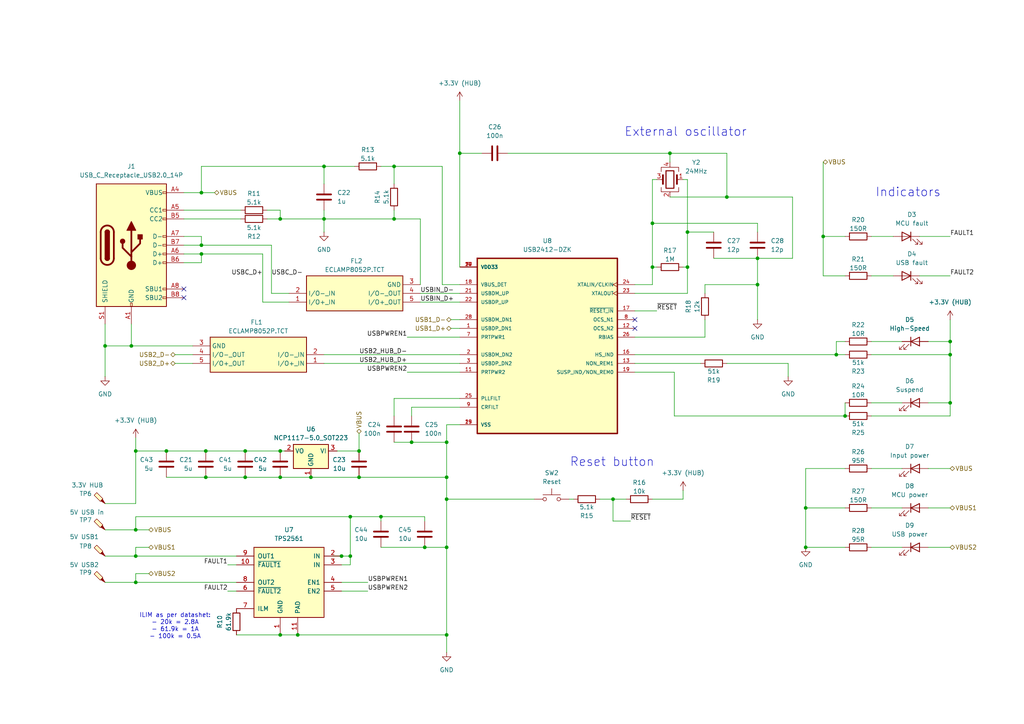
<source format=kicad_sch>
(kicad_sch (version 20250114) (generator "eeschema") (generator_version "9.0")
  (paper "A4")
  (title_block (title "UAV Sensor Probe") (date "2025-08-24") (rev "1") (comment 1 "Oleksiy Protas"))
  (lib_symbols
    (symbol "Connector:TestPoint_Probe" (pin_numbers (hide yes)) (pin_names (offset 0.762) (hide yes))
      (property "Reference" "TP" (at 1.651 5.842 0))
      (property "Value" "TestPoint_Probe" (at 1.651 4.064 0))
      (symbol "TestPoint_Probe_0_1"
        (polyline (pts (xy 1.27 0.762) (xy 0 0) (xy 0.762 1.27) (xy 1.27 0.762)) (fill (type outline)))
        (polyline (pts (xy 1.397 0.635) (xy 0.635 1.397) (xy 2.413 3.175) (xy 3.175 2.413) (xy 1.397 0.635)) (fill (type background)))
      )
      (symbol "TestPoint_Probe_1_1"
        (pin passive line (at 0 0 90) (length 0) (name "1") (number "1"))
      )
    )
    (symbol "Connector:USB_C_Receptacle_USB2.0_16P" (pin_names (offset 1.016))
      (property "Reference" "J" (at 0 22.225 0))
      (property "Value" "USB_C_Receptacle_USB2.0_16P" (at 0 19.685 0))
      (symbol "USB_C_Receptacle_USB2.0_16P_0_0"
        (rectangle (start -0.254 -17.78) (end 0.254 -16.764))
        (rectangle (start 10.16 15.494) (end 9.144 14.986))
        (rectangle (start 10.16 10.414) (end 9.144 9.906))
        (rectangle (start 10.16 7.874) (end 9.144 7.366))
        (rectangle (start 10.16 2.794) (end 9.144 2.286))
        (rectangle (start 10.16 0.254) (end 9.144 -0.254))
        (rectangle (start 10.16 -2.286) (end 9.144 -2.794))
        (rectangle (start 10.16 -4.826) (end 9.144 -5.334))
        (rectangle (start 10.16 -12.446) (end 9.144 -12.954))
        (rectangle (start 10.16 -14.986) (end 9.144 -15.494))
      )
      (symbol "USB_C_Receptacle_USB2.0_16P_0_1"
        (rectangle (start -10.16 17.78) (end 10.16 -17.78) (stroke (width 0.254)) (fill (type background)))
        (polyline (pts (xy -8.89 -3.81) (xy -8.89 3.81)) (stroke (width 0.508)))
        (rectangle (start -7.62 -3.81) (end -6.35 3.81) (stroke (width 0.254)) (fill (type outline)))
        (arc (start -7.62 3.81) (mid -6.985 4.4423) (end -6.35 3.81) (stroke (width 0.254)))
        (arc (start -7.62 3.81) (mid -6.985 4.4423) (end -6.35 3.81) (stroke (width 0.254)) (fill (type outline)))
        (arc (start -8.89 3.81) (mid -6.985 5.7067) (end -5.08 3.81) (stroke (width 0.508)))
        (arc (start -5.08 -3.81) (mid -6.985 -5.7067) (end -8.89 -3.81) (stroke (width 0.508)))
        (arc (start -6.35 -3.81) (mid -6.985 -4.4423) (end -7.62 -3.81) (stroke (width 0.254)))
        (arc (start -6.35 -3.81) (mid -6.985 -4.4423) (end -7.62 -3.81) (stroke (width 0.254)) (fill (type outline)))
        (polyline (pts (xy -5.08 3.81) (xy -5.08 -3.81)) (stroke (width 0.508)))
        (circle (center -2.54 1.143) (radius 0.635) (stroke (width 0.254)) (fill (type outline)))
        (polyline (pts (xy -1.27 4.318) (xy 0 6.858) (xy 1.27 4.318) (xy -1.27 4.318)) (stroke (width 0.254)) (fill (type outline)))
        (polyline (pts (xy 0 -2.032) (xy 2.54 0.508) (xy 2.54 1.778)) (stroke (width 0.508)))
        (polyline (pts (xy 0 -3.302) (xy -2.54 -0.762) (xy -2.54 0.508)) (stroke (width 0.508)))
        (polyline (pts (xy 0 -5.842) (xy 0 4.318)) (stroke (width 0.508)))
        (circle (center 0 -5.842) (radius 1.27) (fill (type outline)))
        (rectangle (start 1.905 1.778) (end 3.175 3.048) (stroke (width 0.254)) (fill (type outline)))
      )
      (symbol "USB_C_Receptacle_USB2.0_16P_1_1"
        (pin passive line (at -7.62 -22.86 90) (length 5.08) (name "SHIELD") (number "S1"))
        (pin passive line (at 0 -22.86 90) (length 5.08) (name "GND") (number "A1"))
        (pin passive line (at 0 -22.86 90) (length 5.08) (hide yes) (name "GND") (number "A12"))
        (pin passive line (at 0 -22.86 90) (length 5.08) (hide yes) (name "GND") (number "B1"))
        (pin passive line (at 0 -22.86 90) (length 5.08) (hide yes) (name "GND") (number "B12"))
        (pin passive line (at 15.24 15.24 180) (length 5.08) (name "VBUS") (number "A4"))
        (pin passive line (at 15.24 15.24 180) (length 5.08) (hide yes) (name "VBUS") (number "A9"))
        (pin passive line (at 15.24 15.24 180) (length 5.08) (hide yes) (name "VBUS") (number "B4"))
        (pin passive line (at 15.24 15.24 180) (length 5.08) (hide yes) (name "VBUS") (number "B9"))
        (pin bidirectional line (at 15.24 10.16 180) (length 5.08) (name "CC1") (number "A5"))
        (pin bidirectional line (at 15.24 7.62 180) (length 5.08) (name "CC2") (number "B5"))
        (pin bidirectional line (at 15.24 2.54 180) (length 5.08) (name "D-") (number "A7"))
        (pin bidirectional line (at 15.24 0 180) (length 5.08) (name "D-") (number "B7"))
        (pin bidirectional line (at 15.24 -2.54 180) (length 5.08) (name "D+") (number "A6"))
        (pin bidirectional line (at 15.24 -5.08 180) (length 5.08) (name "D+") (number "B6"))
        (pin bidirectional line (at 15.24 -12.7 180) (length 5.08) (name "SBU1") (number "A8"))
        (pin bidirectional line (at 15.24 -15.24 180) (length 5.08) (name "SBU2") (number "B8"))
      )
    )
    (symbol "Device:C" (pin_numbers (hide yes)) (pin_names (offset 0.254))
      (property "Reference" "C" (at 0.635 2.54 0))
      (property "Value" "C" (at 0.635 -2.54 0))
      (symbol "C_0_1"
        (polyline (pts (xy -2.032 0.762) (xy 2.032 0.762)) (stroke (width 0.508)))
        (polyline (pts (xy -2.032 -0.762) (xy 2.032 -0.762)) (stroke (width 0.508)))
      )
      (symbol "C_1_1"
        (pin passive line (at 0 3.81 270) (length 2.794) (name "~") (number "1"))
        (pin passive line (at 0 -3.81 90) (length 2.794) (name "~") (number "2"))
      )
    )
    (symbol "Device:Crystal_GND24" (pin_names (offset 1.016) (hide yes))
      (property "Reference" "Y" (at 3.175 5.08 0))
      (property "Value" "Crystal_GND24" (at 3.175 3.175 0))
      (symbol "Crystal_GND24_0_1"
        (polyline (pts (xy -2.54 2.286) (xy -2.54 3.556) (xy 2.54 3.556) (xy 2.54 2.286)))
        (polyline (pts (xy -2.54 0) (xy -2.032 0)))
        (polyline (pts (xy -2.54 -2.286) (xy -2.54 -3.556) (xy 2.54 -3.556) (xy 2.54 -2.286)))
        (polyline (pts (xy -2.032 -1.27) (xy -2.032 1.27)) (stroke (width 0.508)))
        (rectangle (start -1.143 2.54) (end 1.143 -2.54) (stroke (width 0.3048)))
        (polyline (pts (xy 0 3.556) (xy 0 3.81)))
        (polyline (pts (xy 0 -3.81) (xy 0 -3.556)))
        (polyline (pts (xy 2.032 0) (xy 2.54 0)))
        (polyline (pts (xy 2.032 -1.27) (xy 2.032 1.27)) (stroke (width 0.508)))
      )
      (symbol "Crystal_GND24_1_1"
        (pin passive line (at -3.81 0 0) (length 1.27) (name "1") (number "1"))
        (pin passive line (at 0 5.08 270) (length 1.27) (name "2") (number "2"))
        (pin passive line (at 0 -5.08 90) (length 1.27) (name "4") (number "4"))
        (pin passive line (at 3.81 0 180) (length 1.27) (name "3") (number "3"))
      )
    )
    (symbol "Device:LED" (pin_numbers (hide yes)) (pin_names (offset 1.016) (hide yes))
      (property "Reference" "D" (at 0 2.54 0))
      (property "Value" "LED" (at 0 -2.54 0))
      (symbol "LED_0_1"
        (polyline (pts (xy -3.048 -0.762) (xy -4.572 -2.286) (xy -3.81 -2.286) (xy -4.572 -2.286) (xy -4.572 -1.524)))
        (polyline (pts (xy -1.778 -0.762) (xy -3.302 -2.286) (xy -2.54 -2.286) (xy -3.302 -2.286) (xy -3.302 -1.524)))
        (polyline (pts (xy -1.27 0) (xy 1.27 0)))
        (polyline (pts (xy -1.27 -1.27) (xy -1.27 1.27)) (stroke (width 0.254)))
        (polyline (pts (xy 1.27 -1.27) (xy 1.27 1.27) (xy -1.27 0) (xy 1.27 -1.27)) (stroke (width 0.254)))
      )
      (symbol "LED_1_1"
        (pin passive line (at -3.81 0 0) (length 2.54) (name "K") (number "1"))
        (pin passive line (at 3.81 0 180) (length 2.54) (name "A") (number "2"))
      )
    )
    (symbol "Device:R" (pin_numbers (hide yes)) (pin_names (offset 0))
      (property "Reference" "R" (at 2.032 0 90))
      (property "Value" "R" (at 0 0 90))
      (symbol "R_0_1"
        (rectangle (start -1.016 -2.54) (end 1.016 2.54) (stroke (width 0.254)))
      )
      (symbol "R_1_1"
        (pin passive line (at 0 3.81 270) (length 1.27) (name "~") (number "1"))
        (pin passive line (at 0 -3.81 90) (length 1.27) (name "~") (number "2"))
      )
    )
    (symbol "ECLAMP850:ECLAMP8052P.TCT"
      (property "Reference" "FL" (at 34.29 7.62 0))
      (property "Value" "ECLAMP8052P.TCT" (at 34.29 5.08 0))
      (symbol "ECLAMP8052P.TCT_1_1"
        (rectangle (start 5.08 2.54) (end 33.02 -7.62) (stroke (width 0.254)) (fill (type background)))
        (pin passive line (at 0 0 0) (length 5.08) (name "I/O+_IN") (number "1"))
        (pin passive line (at 0 -2.54 0) (length 5.08) (name "I/O-_IN") (number "2"))
        (pin passive line (at 38.1 0 180) (length 5.08) (name "I/O+_OUT") (number "5"))
        (pin passive line (at 38.1 -2.54 180) (length 5.08) (name "I/O-_OUT") (number "4"))
        (pin passive line (at 38.1 -5.08 180) (length 5.08) (name "GND") (number "3"))
      )
    )
    (symbol "Interface_USB:TPS2561" (pin_names (offset 1.016))
      (property "Reference" "U7" (at 0 15.24 0))
      (property "Value" "TPS2561" (at 0 12.7 0))
      (symbol "TPS2561_0_1"
        (rectangle (start -10.16 10.16) (end 10.16 -10.16) (stroke (width 0.254)) (fill (type background)))
      )
      (symbol "TPS2561_1_1"
        (pin power_in line (at -15.24 7.62 0) (length 5.08) (name "IN") (number "2"))
        (pin power_in line (at -15.24 5.08 0) (length 5.08) (name "IN") (number "3"))
        (pin input line (at -15.24 0 0) (length 5.08) (name "EN1") (number "4"))
        (pin input line (at -15.24 -2.54 0) (length 5.08) (name "EN2") (number "5"))
        (pin power_in line (at -2.54 -15.24 90) (length 5.08) (name "PAD") (number "11"))
        (pin power_in line (at 2.54 -15.24 90) (length 5.08) (name "GND") (number "1"))
        (pin power_out line (at 15.24 7.62 180) (length 5.08) (name "OUT1") (number "9"))
        (pin output line (at 15.24 5.08 180) (length 5.08) (name "~{FAULT1}") (number "10"))
        (pin power_out line (at 15.24 0 180) (length 5.08) (name "OUT2") (number "8"))
        (pin output line (at 15.24 -2.54 180) (length 5.08) (name "~{FAULT2}") (number "6"))
        (pin output line (at 15.24 -7.62 180) (length 5.08) (name "ILM") (number "7"))
      )
    )
    (symbol "Regulator_Linear:NCP1117-5.0_SOT223"
      (property "Reference" "U" (at -3.81 3.175 0))
      (property "Value" "NCP1117-5.0_SOT223" (at 0 3.175 0))
      (symbol "NCP1117-5.0_SOT223_0_1"
        (rectangle (start -5.08 -5.08) (end 5.08 1.905) (stroke (width 0.254)) (fill (type background)))
      )
      (symbol "NCP1117-5.0_SOT223_1_1"
        (pin power_in line (at -7.62 0 0) (length 2.54) (name "VI") (number "3"))
        (pin power_in line (at 0 -7.62 90) (length 2.54) (name "GND") (number "1"))
        (pin power_out line (at 7.62 0 180) (length 2.54) (name "VO") (number "2"))
      )
    )
    (symbol "Switch:SW_Push" (pin_numbers (hide yes)) (pin_names (offset 1.016) (hide yes))
      (property "Reference" "SW" (at 1.27 2.54 0))
      (property "Value" "SW_Push" (at 0 -1.524 0))
      (symbol "SW_Push_0_1"
        (circle (center -2.032 0) (radius 0.508))
        (polyline (pts (xy 0 1.27) (xy 0 3.048)))
        (circle (center 2.032 0) (radius 0.508))
        (polyline (pts (xy 2.54 1.27) (xy -2.54 1.27)))
        (pin passive line (at -5.08 0 0) (length 2.54) (name "1") (number "1"))
        (pin passive line (at 5.08 0 180) (length 2.54) (name "2") (number "2"))
      )
    )
    (symbol "USB2412:USB2412-DZK" (pin_names (offset 1.016))
      (property "Reference" "U" (at -20.3879 26.4833 0))
      (property "Value" "USB2412-DZK" (at -20.3914 -29.4985 0))
      (symbol "USB2412-DZK_0_0"
        (rectangle (start -20.32 -25.4) (end 20.32 25.4) (stroke (width 0.41)) (fill (type background)))
        (pin input clock (at -25.4 17.78 0) (length 5.08) (name "XTALIN/CLKIN") (number "24"))
        (pin output clock (at -25.4 15.24 0) (length 5.08) (name "XTALOUT") (number "23"))
        (pin input line (at -25.4 10.16 0) (length 5.08) (name "~{RESET_IN}") (number "17"))
        (pin input line (at -25.4 7.62 0) (length 5.08) (name "OCS_N1") (number "8"))
        (pin input line (at -25.4 5.08 0) (length 5.08) (name "OCS_N2") (number "12"))
        (pin input line (at -25.4 2.54 0) (length 5.08) (name "RBIAS") (number "26"))
        (pin bidirectional line (at -25.4 -2.54 0) (length 5.08) (name "HS_IND") (number "16"))
        (pin bidirectional line (at -25.4 -5.08 0) (length 5.08) (name "NON_REM1") (number "13"))
        (pin bidirectional line (at -25.4 -7.62 0) (length 5.08) (name "SUSP_IND/NON_REM0") (number "19"))
        (pin power_in line (at 25.4 22.86 180) (length 5.08) (name "VDD33") (number "10"))
        (pin power_in line (at 25.4 22.86 180) (length 5.08) (name "VDD33") (number "14"))
        (pin power_in line (at 25.4 22.86 180) (length 5.08) (name "VDD33") (number "20"))
        (pin power_in line (at 25.4 22.86 180) (length 5.08) (name "VDD33") (number "27"))
        (pin power_in line (at 25.4 22.86 180) (length 5.08) (name "VDD33") (number "4"))
        (pin bidirectional line (at 25.4 17.78 180) (length 5.08) (name "VBUS_DET") (number "18"))
        (pin bidirectional line (at 25.4 15.24 180) (length 5.08) (name "USBDM_UP") (number "21"))
        (pin bidirectional line (at 25.4 12.7 180) (length 5.08) (name "USBDP_UP") (number "22"))
        (pin bidirectional line (at 25.4 7.62 180) (length 5.08) (name "USBDM_DN1") (number "28"))
        (pin bidirectional line (at 25.4 5.08 180) (length 5.08) (name "USBDP_DN1") (number "1"))
        (pin bidirectional line (at 25.4 2.54 180) (length 5.08) (name "PRTPWR1") (number "7"))
        (pin bidirectional line (at 25.4 -2.54 180) (length 5.08) (name "USBDM_DN2") (number "2"))
        (pin bidirectional line (at 25.4 -5.08 180) (length 5.08) (name "USBDP_DN2") (number "3"))
        (pin bidirectional line (at 25.4 -7.62 180) (length 5.08) (name "PRTPWR2") (number "11"))
        (pin passive line (at 25.4 -15.24 180) (length 5.08) (name "PLLFILT") (number "25"))
        (pin passive line (at 25.4 -17.78 180) (length 5.08) (name "CRFILT") (number "9"))
        (pin power_in line (at 25.4 -22.86 180) (length 5.08) (name "VSS") (number "15"))
        (pin power_in line (at 25.4 -22.86 180) (length 5.08) (name "VSS") (number "29"))
      )
    )
    (symbol "power:+3.3V" (power) (pin_numbers (hide yes)) (pin_names (offset 0) (hide yes))
      (property "Value" "+3.3V" (at 0 3.556 0))
      (symbol "+3.3V_0_1"
        (polyline (pts (xy -0.762 1.27) (xy 0 2.54)))
        (polyline (pts (xy 0 2.54) (xy 0.762 1.27)))
        (polyline (pts (xy 0 0) (xy 0 2.54)))
      )
      (symbol "+3.3V_1_1"
        (pin power_in line (at 0 0 90) (length 0) (name "~") (number "1"))
      )
    )
    (symbol "power:GND" (power) (pin_numbers (hide yes)) (pin_names (offset 0) (hide yes))
      (property "Value" "GND" (at 0 -3.81 0))
      (symbol "GND_0_1"
        (polyline (pts (xy 0 0) (xy 0 -1.27) (xy 1.27 -1.27) (xy 0 -2.54) (xy -1.27 -1.27) (xy 0 -1.27)))
      )
      (symbol "GND_1_1"
        (pin power_in line (at 0 0 270) (length 0) (name "~") (number "1"))
      )
    )
  )
  (text "Indicators" (at 263.398 55.88 0) (effects (font (size 2.54 2.54))))
  (text "ILIM as per datashet:\n- 20k = 2.8A\n- 61.9k = 1A\n- 100k = 0.5A" (at 50.8 181.61 0) (effects (font (size 1.27 1.27))))
  (text "Reset button" (at 177.546 134.112 0) (effects (font (size 2.54 2.54))))
  (text "External oscillator" (at 198.882 38.354 0) (effects (font (size 2.54 2.54))))
  (junction (at 189.23 77.47))
  (junction (at 58.42 55.88))
  (junction (at 81.28 130.81))
  (junction (at 93.98 63.5))
  (junction (at 59.69 138.43))
  (junction (at 219.71 82.55))
  (junction (at 38.1 100.33))
  (junction (at 233.68 147.32))
  (junction (at 238.76 68.58))
  (junction (at 233.68 158.75))
  (junction (at 199.39 67.31))
  (junction (at 58.42 71.12))
  (junction (at 129.54 138.43))
  (junction (at 129.54 184.15))
  (junction (at 39.37 153.67))
  (junction (at 58.42 73.66))
  (junction (at 90.17 138.43))
  (junction (at 48.26 130.81))
  (junction (at 245.11 120.65))
  (junction (at 81.28 138.43))
  (junction (at 133.35 44.45))
  (junction (at 86.36 184.15))
  (junction (at 199.39 77.47))
  (junction (at 71.12 138.43))
  (junction (at 129.54 128.27))
  (junction (at 219.71 74.93))
  (junction (at 93.98 48.26))
  (junction (at 123.19 158.75))
  (junction (at 114.3 63.5))
  (junction (at 110.49 149.86))
  (junction (at 275.59 99.06))
  (junction (at 194.31 44.45))
  (junction (at 242.57 102.87))
  (junction (at 39.37 130.81))
  (junction (at 275.59 116.84))
  (junction (at 210.82 57.15))
  (junction (at 81.28 184.15))
  (junction (at 114.3 48.26))
  (junction (at 119.38 128.27))
  (junction (at 104.14 138.43))
  (junction (at 71.12 130.81))
  (junction (at 81.28 63.5))
  (junction (at 177.8 144.78))
  (junction (at 189.23 64.77))
  (junction (at 99.06 161.29))
  (junction (at 104.14 130.81))
  (junction (at 101.6 161.29))
  (junction (at 30.48 100.33))
  (junction (at 39.37 168.91))
  (junction (at 101.6 149.86))
  (junction (at 59.69 130.81))
  (junction (at 129.54 144.78))
  (junction (at 275.59 102.87))
  (junction (at 39.37 161.29))
  (junction (at 129.54 158.75))
  (no_connect (at 184.15 92.71))
  (no_connect (at 53.34 83.82))
  (no_connect (at 53.34 86.36))
  (no_connect (at 184.15 95.25))
  (wire (pts (xy 93.98 48.26) (xy 93.98 53.34)))
  (wire (pts (xy 189.23 64.77) (xy 189.23 77.47)))
  (wire (pts (xy 96.52 161.29) (xy 99.06 161.29)))
  (wire (pts (xy 68.58 184.15) (xy 81.28 184.15)))
  (wire (pts (xy 195.58 120.65) (xy 245.11 120.65)))
  (wire (pts (xy 129.54 128.27) (xy 129.54 138.43)))
  (wire (pts (xy 59.69 130.81) (xy 71.12 130.81)))
  (wire (pts (xy 114.3 128.27) (xy 119.38 128.27)))
  (wire (pts (xy 39.37 149.86) (xy 101.6 149.86)))
  (wire (pts (xy 93.98 63.5) (xy 114.3 63.5)))
  (wire (pts (xy 119.38 118.11) (xy 133.35 118.11)))
  (wire (pts (xy 123.19 158.75) (xy 129.54 158.75)))
  (wire (pts (xy 128.27 48.26) (xy 128.27 82.55)))
  (wire (pts (xy 207.01 74.93) (xy 219.71 74.93)))
  (wire (pts (xy 43.18 158.75) (xy 39.37 158.75)))
  (wire (pts (xy 76.2 87.63) (xy 76.2 73.66)))
  (wire (pts (xy 184.15 105.41) (xy 203.2 105.41)))
  (wire (pts (xy 165.1 144.78) (xy 166.37 144.78)))
  (wire (pts (xy 39.37 130.81) (xy 48.26 130.81)))
  (wire (pts (xy 110.49 149.86) (xy 123.19 149.86)))
  (wire (pts (xy 114.3 48.26) (xy 128.27 48.26)))
  (wire (pts (xy 93.98 48.26) (xy 102.87 48.26)))
  (wire (pts (xy 189.23 64.77) (xy 219.71 64.77)))
  (wire (pts (xy 184.15 85.09) (xy 199.39 85.09)))
  (wire (pts (xy 219.71 74.93) (xy 229.87 74.93)))
  (wire (pts (xy 189.23 52.07) (xy 189.23 64.77)))
  (wire (pts (xy 59.69 138.43) (xy 71.12 138.43)))
  (wire (pts (xy 48.26 130.81) (xy 59.69 130.81)))
  (wire (pts (xy 242.57 102.87) (xy 245.11 102.87)))
  (wire (pts (xy 184.15 97.79) (xy 204.47 97.79)))
  (wire (pts (xy 129.54 123.19) (xy 129.54 128.27)))
  (wire (pts (xy 121.92 85.09) (xy 133.35 85.09)))
  (wire (pts (xy 238.76 46.99) (xy 238.76 68.58)))
  (wire (pts (xy 130.81 95.25) (xy 133.35 95.25)))
  (wire (pts (xy 50.8 102.87) (xy 55.88 102.87)))
  (wire (pts (xy 121.92 63.5) (xy 114.3 63.5)))
  (wire (pts (xy 199.39 67.31) (xy 199.39 77.47)))
  (wire (pts (xy 128.27 82.55) (xy 133.35 82.55)))
  (wire (pts (xy 30.48 161.29) (xy 39.37 161.29)))
  (wire (pts (xy 39.37 161.29) (xy 68.58 161.29)))
  (wire (pts (xy 269.24 158.75) (xy 275.59 158.75)))
  (wire (pts (xy 53.34 73.66) (xy 58.42 73.66)))
  (wire (pts (xy 252.73 68.58) (xy 259.08 68.58)))
  (wire (pts (xy 30.48 153.67) (xy 39.37 153.67)))
  (wire (pts (xy 121.92 82.55) (xy 121.92 63.5)))
  (wire (pts (xy 252.73 116.84) (xy 261.62 116.84)))
  (wire (pts (xy 53.34 63.5) (xy 69.85 63.5)))
  (wire (pts (xy 210.82 44.45) (xy 210.82 57.15)))
  (wire (pts (xy 93.98 60.96) (xy 93.98 63.5)))
  (wire (pts (xy 114.3 63.5) (xy 114.3 60.96)))
  (wire (pts (xy 110.49 158.75) (xy 123.19 158.75)))
  (wire (pts (xy 71.12 138.43) (xy 81.28 138.43)))
  (wire (pts (xy 81.28 63.5) (xy 81.28 60.96)))
  (wire (pts (xy 233.68 135.89) (xy 233.68 147.32)))
  (wire (pts (xy 119.38 120.65) (xy 119.38 118.11)))
  (wire (pts (xy 210.82 105.41) (xy 228.6 105.41)))
  (wire (pts (xy 269.24 147.32) (xy 275.59 147.32)))
  (wire (pts (xy 177.8 144.78) (xy 181.61 144.78)))
  (wire (pts (xy 30.48 168.91) (xy 39.37 168.91)))
  (wire (pts (xy 177.8 144.78) (xy 177.8 151.13)))
  (wire (pts (xy 30.48 93.98) (xy 30.48 100.33)))
  (wire (pts (xy 78.74 85.09) (xy 78.74 71.12)))
  (wire (pts (xy 194.31 57.15) (xy 210.82 57.15)))
  (wire (pts (xy 110.49 48.26) (xy 114.3 48.26)))
  (wire (pts (xy 114.3 115.57) (xy 133.35 115.57)))
  (wire (pts (xy 204.47 82.55) (xy 219.71 82.55)))
  (wire (pts (xy 269.24 135.89) (xy 275.59 135.89)))
  (wire (pts (xy 99.06 171.45) (xy 106.68 171.45)))
  (wire (pts (xy 199.39 85.09) (xy 199.39 77.47)))
  (wire (pts (xy 233.68 147.32) (xy 245.11 147.32)))
  (wire (pts (xy 252.73 158.75) (xy 261.62 158.75)))
  (wire (pts (xy 58.42 55.88) (xy 53.34 55.88)))
  (wire (pts (xy 233.68 158.75) (xy 245.11 158.75)))
  (wire (pts (xy 269.24 116.84) (xy 275.59 116.84)))
  (wire (pts (xy 99.06 163.83) (xy 101.6 163.83)))
  (wire (pts (xy 129.54 184.15) (xy 129.54 189.23)))
  (wire (pts (xy 129.54 138.43) (xy 129.54 144.78)))
  (wire (pts (xy 129.54 144.78) (xy 154.94 144.78)))
  (wire (pts (xy 123.19 149.86) (xy 123.19 151.13)))
  (wire (pts (xy 130.81 92.71) (xy 133.35 92.71)))
  (wire (pts (xy 76.2 87.63) (xy 83.82 87.63)))
  (wire (pts (xy 99.06 168.91) (xy 106.68 168.91)))
  (wire (pts (xy 210.82 57.15) (xy 229.87 57.15)))
  (wire (pts (xy 38.1 100.33) (xy 55.88 100.33)))
  (wire (pts (xy 90.17 138.43) (xy 104.14 138.43)))
  (wire (pts (xy 275.59 120.65) (xy 275.59 116.84)))
  (wire (pts (xy 104.14 138.43) (xy 129.54 138.43)))
  (wire (pts (xy 199.39 52.07) (xy 198.12 52.07)))
  (wire (pts (xy 219.71 82.55) (xy 219.71 92.71)))
  (wire (pts (xy 245.11 99.06) (xy 242.57 99.06)))
  (wire (pts (xy 39.37 158.75) (xy 39.37 161.29)))
  (wire (pts (xy 30.48 100.33) (xy 38.1 100.33)))
  (wire (pts (xy 266.7 80.01) (xy 275.59 80.01)))
  (wire (pts (xy 204.47 85.09) (xy 204.47 82.55)))
  (wire (pts (xy 77.47 63.5) (xy 81.28 63.5)))
  (wire (pts (xy 38.1 93.98) (xy 38.1 100.33)))
  (wire (pts (xy 177.8 151.13) (xy 182.88 151.13)))
  (wire (pts (xy 43.18 166.37) (xy 39.37 166.37)))
  (wire (pts (xy 228.6 105.41) (xy 228.6 109.22)))
  (wire (pts (xy 133.35 29.21) (xy 133.35 44.45)))
  (wire (pts (xy 62.23 55.88) (xy 58.42 55.88)))
  (wire (pts (xy 53.34 76.2) (xy 58.42 76.2)))
  (wire (pts (xy 173.99 144.78) (xy 177.8 144.78)))
  (wire (pts (xy 93.98 63.5) (xy 93.98 67.31)))
  (wire (pts (xy 184.15 102.87) (xy 242.57 102.87)))
  (wire (pts (xy 219.71 67.31) (xy 219.71 64.77)))
  (wire (pts (xy 58.42 73.66) (xy 58.42 76.2)))
  (wire (pts (xy 147.32 44.45) (xy 194.31 44.45)))
  (wire (pts (xy 110.49 149.86) (xy 110.49 151.13)))
  (wire (pts (xy 195.58 107.95) (xy 195.58 120.65)))
  (wire (pts (xy 266.7 68.58) (xy 275.59 68.58)))
  (wire (pts (xy 118.11 107.95) (xy 133.35 107.95)))
  (wire (pts (xy 133.35 44.45) (xy 133.35 77.47)))
  (wire (pts (xy 133.35 123.19) (xy 129.54 123.19)))
  (wire (pts (xy 101.6 161.29) (xy 101.6 163.83)))
  (wire (pts (xy 238.76 80.01) (xy 245.11 80.01)))
  (wire (pts (xy 233.68 147.32) (xy 233.68 158.75)))
  (wire (pts (xy 39.37 153.67) (xy 43.18 153.67)))
  (wire (pts (xy 58.42 71.12) (xy 78.74 71.12)))
  (wire (pts (xy 245.11 116.84) (xy 245.11 120.65)))
  (wire (pts (xy 219.71 82.55) (xy 219.71 74.93)))
  (wire (pts (xy 238.76 68.58) (xy 238.76 80.01)))
  (wire (pts (xy 269.24 99.06) (xy 275.59 99.06)))
  (wire (pts (xy 58.42 68.58) (xy 58.42 71.12)))
  (wire (pts (xy 189.23 52.07) (xy 190.5 52.07)))
  (wire (pts (xy 189.23 77.47) (xy 190.5 77.47)))
  (wire (pts (xy 39.37 153.67) (xy 39.37 149.86)))
  (wire (pts (xy 275.59 116.84) (xy 275.59 102.87)))
  (wire (pts (xy 114.3 120.65) (xy 114.3 115.57)))
  (wire (pts (xy 275.59 92.71) (xy 275.59 99.06)))
  (wire (pts (xy 39.37 168.91) (xy 68.58 168.91)))
  (wire (pts (xy 252.73 120.65) (xy 275.59 120.65)))
  (wire (pts (xy 204.47 92.71) (xy 204.47 97.79)))
  (wire (pts (xy 39.37 146.05) (xy 39.37 130.81)))
  (wire (pts (xy 184.15 82.55) (xy 189.23 82.55)))
  (wire (pts (xy 58.42 48.26) (xy 58.42 55.88)))
  (wire (pts (xy 66.04 171.45) (xy 68.58 171.45)))
  (wire (pts (xy 81.28 138.43) (xy 90.17 138.43)))
  (wire (pts (xy 30.48 100.33) (xy 30.48 109.22)))
  (wire (pts (xy 77.47 60.96) (xy 81.28 60.96)))
  (wire (pts (xy 229.87 57.15) (xy 229.87 74.93)))
  (wire (pts (xy 39.37 127) (xy 39.37 130.81)))
  (wire (pts (xy 53.34 60.96) (xy 69.85 60.96)))
  (wire (pts (xy 184.15 107.95) (xy 195.58 107.95)))
  (wire (pts (xy 104.14 125.73) (xy 104.14 130.81)))
  (wire (pts (xy 118.11 97.79) (xy 133.35 97.79)))
  (wire (pts (xy 58.42 73.66) (xy 76.2 73.66)))
  (wire (pts (xy 39.37 166.37) (xy 39.37 168.91)))
  (wire (pts (xy 252.73 80.01) (xy 259.08 80.01)))
  (wire (pts (xy 189.23 144.78) (xy 198.12 144.78)))
  (wire (pts (xy 81.28 130.81) (xy 82.55 130.81)))
  (wire (pts (xy 199.39 52.07) (xy 199.39 67.31)))
  (wire (pts (xy 53.34 68.58) (xy 58.42 68.58)))
  (wire (pts (xy 133.35 44.45) (xy 139.7 44.45)))
  (wire (pts (xy 252.73 147.32) (xy 261.62 147.32)))
  (wire (pts (xy 30.48 146.05) (xy 39.37 146.05)))
  (wire (pts (xy 194.31 44.45) (xy 210.82 44.45)))
  (wire (pts (xy 114.3 48.26) (xy 114.3 53.34)))
  (wire (pts (xy 252.73 99.06) (xy 261.62 99.06)))
  (wire (pts (xy 78.74 85.09) (xy 83.82 85.09)))
  (wire (pts (xy 245.11 68.58) (xy 238.76 68.58)))
  (wire (pts (xy 194.31 46.99) (xy 194.31 44.45)))
  (wire (pts (xy 81.28 184.15) (xy 86.36 184.15)))
  (wire (pts (xy 119.38 128.27) (xy 129.54 128.27)))
  (wire (pts (xy 93.98 105.41) (xy 133.35 105.41)))
  (wire (pts (xy 129.54 158.75) (xy 129.54 184.15)))
  (wire (pts (xy 93.98 102.87) (xy 133.35 102.87)))
  (wire (pts (xy 199.39 67.31) (xy 207.01 67.31)))
  (wire (pts (xy 245.11 135.89) (xy 233.68 135.89)))
  (wire (pts (xy 129.54 184.15) (xy 86.36 184.15)))
  (wire (pts (xy 81.28 63.5) (xy 93.98 63.5)))
  (wire (pts (xy 50.8 105.41) (xy 55.88 105.41)))
  (wire (pts (xy 48.26 138.43) (xy 59.69 138.43)))
  (wire (pts (xy 275.59 99.06) (xy 275.59 102.87)))
  (wire (pts (xy 189.23 82.55) (xy 189.23 77.47)))
  (wire (pts (xy 97.79 130.81) (xy 104.14 130.81)))
  (wire (pts (xy 101.6 149.86) (xy 110.49 149.86)))
  (wire (pts (xy 199.39 77.47) (xy 198.12 77.47)))
  (wire (pts (xy 198.12 144.78) (xy 198.12 142.24)))
  (wire (pts (xy 53.34 71.12) (xy 58.42 71.12)))
  (wire (pts (xy 101.6 149.86) (xy 101.6 161.29)))
  (wire (pts (xy 66.04 163.83) (xy 68.58 163.83)))
  (wire (pts (xy 252.73 102.87) (xy 275.59 102.87)))
  (wire (pts (xy 58.42 48.26) (xy 93.98 48.26)))
  (wire (pts (xy 252.73 135.89) (xy 261.62 135.89)))
  (wire (pts (xy 71.12 130.81) (xy 81.28 130.81)))
  (wire (pts (xy 242.57 99.06) (xy 242.57 102.87)))
  (wire (pts (xy 190.5 90.17) (xy 184.15 90.17)))
  (wire (pts (xy 129.54 144.78) (xy 129.54 158.75)))
  (wire (pts (xy 101.6 161.29) (xy 99.06 161.29)))
  (wire (pts (xy 121.92 87.63) (xy 133.35 87.63)))
  (label "~{RESET}" (at 182.88 151.13 0))
  (label "USBC_D+" (at 76.2 80.01 180))
  (label "USB2_HUB_D-" (at 118.11 102.87 180))
  (label "FAULT1" (at 275.59 68.58 0))
  (label "USBIN_D-" (at 121.92 85.09 0))
  (label "USBIN_D+" (at 121.92 87.63 0))
  (label "FAULT2" (at 275.59 80.01 0))
  (label "USBPWREN1" (at 106.68 168.91 0))
  (label "USBPWREN2" (at 118.11 107.95 180))
  (label "~{RESET}" (at 190.5 90.17 0))
  (label "USBC_D-" (at 78.74 80.01 0))
  (label "FAULT2" (at 66.04 171.45 180))
  (label "USBPWREN2" (at 106.68 171.45 0))
  (label "USB2_HUB_D+" (at 118.11 105.41 180))
  (label "USBPWREN1" (at 118.11 97.79 180))
  (label "FAULT1" (at 66.04 163.83 180))
  (hierarchical_label "USB2_D+" (shape bidirectional) (at 50.8 105.41 180))
  (hierarchical_label "VBUS2" (shape bidirectional) (at 43.18 166.37 0))
  (hierarchical_label "VBUS" (shape bidirectional) (at 275.59 135.89 0))
  (hierarchical_label "USB1_D+" (shape bidirectional) (at 130.81 95.25 180))
  (hierarchical_label "VBUS" (shape bidirectional) (at 238.76 46.99 0))
  (hierarchical_label "USB2_D-" (shape bidirectional) (at 50.8 102.87 180))
  (hierarchical_label "USB1_D-" (shape bidirectional) (at 130.81 92.71 180))
  (hierarchical_label "VBUS" (shape bidirectional) (at 104.14 125.73 90))
  (hierarchical_label "VBUS" (shape bidirectional) (at 43.18 153.67 0))
  (hierarchical_label "VBUS1" (shape bidirectional) (at 275.59 147.32 0))
  (hierarchical_label "VBUS2" (shape bidirectional) (at 275.59 158.75 0))
  (hierarchical_label "VBUS" (shape bidirectional) (at 62.23 55.88 0))
  (hierarchical_label "VBUS1" (shape bidirectional) (at 43.18 158.75 0))
  (symbol (lib_id "Device:LED") (at 262.89 68.58 0) (mirror y) (unit 1)
    (property "Reference" "D3" (at 264.4775 62.23 0))
    (property "Value" "MCU fault" (at 264.4775 64.77 0))
    (property "Footprint" "LED_SMD:LED_0402_1005Metric" (effects (hide yes)))
    (property "Description" "Light emitting diode" (effects (hide yes)))
    (property "Sim.Pins" "1=K 2=A" (effects (hide yes)))
    (property "MPN" "QBLP595-R" (effects (hide yes)))
  )
  (symbol (lib_id "Device:C") (at 59.69 134.62 0) (mirror y) (unit 1)
    (property "Reference" "C21" (at 55.88 133.3499 0) (effects (justify left)))
    (property "Value" "5u" (at 55.88 135.8899 0) (effects (justify left)))
    (property "Footprint" "Capacitor_SMD:C_0402_1005Metric" (effects (hide yes)))
    (property "Description" "Unpolarized capacitor" (effects (hide yes)))
  )
  (symbol (lib_id "Switch:SW_Push") (at 160.02 144.78 0) (unit 1)
    (property "Reference" "SW2" (at 160.02 137.16 0))
    (property "Value" "Reset" (at 160.02 139.7 0))
    (property "Footprint" "Button_Switch_SMD:SW_SPST_B3U-1000P" (effects (hide yes)))
    (property "Description" "Push button switch, generic, two pins" (effects (hide yes)))
    (property "MPN" "B3U-1000PM" (effects (hide yes)))
  )
  (symbol (lib_id "Device:R") (at 204.47 88.9 0) (mirror y) (unit 1)
    (property "Reference" "R18" (at 199.644 88.9 90))
    (property "Value" "12k" (at 202.184 88.9 90))
    (property "Footprint" "Resistor_SMD:R_0402_1005Metric" (effects (hide yes)))
    (property "Description" "Resistor" (effects (hide yes)))
  )
  (symbol (lib_id "power:GND") (at 129.54 189.23 0) (unit 1)
    (property "Reference" "#PWR031" (effects (hide yes)))
    (property "Value" "GND" (at 129.54 194.31 0))
    (property "Description" "Power symbol creates a global label with name \"GND\" , ground" (effects (hide yes)))
  )
  (symbol (lib_id "Device:C") (at 110.49 154.94 0) (mirror y) (unit 1)
    (property "Reference" "C44" (at 106.68 153.6699 0) (effects (justify left)))
    (property "Value" "10u" (at 106.68 156.2099 0) (effects (justify left)))
    (property "Footprint" "Capacitor_SMD:C_0402_1005Metric" (effects (hide yes)))
    (property "Description" "Unpolarized capacitor" (effects (hide yes)))
  )
  (symbol (lib_id "Device:R") (at 248.92 135.89 270) (mirror x) (unit 1)
    (property "Reference" "R26" (at 248.92 131.064 90))
    (property "Value" "95R" (at 248.92 133.604 90))
    (property "Footprint" "Resistor_SMD:R_0402_1005Metric" (effects (hide yes)))
    (property "Description" "Resistor" (effects (hide yes)))
  )
  (symbol (lib_id "Device:C") (at 71.12 134.62 0) (mirror y) (unit 1)
    (property "Reference" "C41" (at 67.31 133.3499 0) (effects (justify left)))
    (property "Value" "5u" (at 67.31 135.8899 0) (effects (justify left)))
    (property "Footprint" "Capacitor_SMD:C_0402_1005Metric" (effects (hide yes)))
    (property "Description" "Unpolarized capacitor" (effects (hide yes)))
  )
  (symbol (lib_id "power:+3.3V") (at 39.37 127 0) (unit 1)
    (property "Reference" "#PWR029" (effects (hide yes)))
    (property "Value" "+3.3V (HUB)" (at 39.37 121.92 0))
    (property "Description" "Power symbol creates a global label with name \"+3.3V\"" (effects (hide yes)))
  )
  (symbol (lib_id "Device:R") (at 248.92 68.58 270) (mirror x) (unit 1)
    (property "Reference" "R20" (at 248.92 63.754 90))
    (property "Value" "150R" (at 248.92 66.294 90))
    (property "Footprint" "Resistor_SMD:R_0402_1005Metric" (effects (hide yes)))
    (property "Description" "Resistor" (effects (hide yes)))
  )
  (symbol (lib_id "Device:R") (at 248.92 102.87 270) (unit 1)
    (property "Reference" "R23" (at 248.92 107.696 90))
    (property "Value" "51k" (at 248.92 105.156 90))
    (property "Footprint" "Resistor_SMD:R_0402_1005Metric" (effects (hide yes)))
    (property "Description" "Resistor" (effects (hide yes)))
  )
  (symbol (lib_id "Device:R") (at 194.31 77.47 270) (mirror x) (unit 1)
    (property "Reference" "R17" (at 194.31 72.644 90))
    (property "Value" "1M" (at 194.31 75.184 90))
    (property "Footprint" "Resistor_SMD:R_0402_1005Metric" (effects (hide yes)))
    (property "Description" "Resistor" (effects (hide yes)))
  )
  (symbol (lib_id "power:GND") (at 228.6 109.22 0) (unit 1)
    (property "Reference" "#PWR035" (effects (hide yes)))
    (property "Value" "GND" (at 228.6 114.3 0))
    (property "Description" "Power symbol creates a global label with name \"GND\" , ground" (effects (hide yes)))
  )
  (symbol (lib_id "power:GND") (at 219.71 92.71 0) (unit 1)
    (property "Reference" "#PWR063" (effects (hide yes)))
    (property "Value" "GND" (at 219.71 97.79 0))
    (property "Description" "Power symbol creates a global label with name \"GND\" , ground" (effects (hide yes)))
  )
  (symbol (lib_id "Device:C") (at 114.3 124.46 0) (mirror y) (unit 1)
    (property "Reference" "C24" (at 110.49 123.1899 0) (effects (justify left)))
    (property "Value" "100n" (at 110.49 125.7299 0) (effects (justify left)))
    (property "Footprint" "Capacitor_SMD:C_0402_1005Metric" (effects (hide yes)))
    (property "Description" "Unpolarized capacitor" (effects (hide yes)))
  )
  (symbol (lib_id "Device:R") (at 248.92 80.01 270) (mirror x) (unit 1)
    (property "Reference" "R21" (at 248.92 75.184 90))
    (property "Value" "150R" (at 248.92 77.724 90))
    (property "Footprint" "Resistor_SMD:R_0402_1005Metric" (effects (hide yes)))
    (property "Description" "Resistor" (effects (hide yes)))
  )
  (symbol (lib_id "Device:C") (at 104.14 134.62 0) (mirror y) (unit 1)
    (property "Reference" "C23" (at 100.33 133.3499 0) (effects (justify left)))
    (property "Value" "10u" (at 100.33 135.8899 0) (effects (justify left)))
    (property "Footprint" "Capacitor_SMD:C_0402_1005Metric" (effects (hide yes)))
    (property "Description" "Unpolarized capacitor" (effects (hide yes)))
  )
  (symbol (lib_id "Device:R") (at 248.92 99.06 270) (mirror x) (unit 1)
    (property "Reference" "R22" (at 248.92 94.234 90))
    (property "Value" "10R" (at 248.92 96.774 90))
    (property "Footprint" "Resistor_SMD:R_0402_1005Metric" (effects (hide yes)))
    (property "Description" "Resistor" (effects (hide yes)))
  )
  (symbol (lib_id "Device:R") (at 68.58 180.34 180) (unit 1)
    (property "Reference" "R10" (at 63.754 180.34 90))
    (property "Value" "61.9k" (at 66.294 180.34 90))
    (property "Footprint" "Resistor_SMD:R_0402_1005Metric" (effects (hide yes)))
    (property "Description" "Resistor" (effects (hide yes)))
  )
  (symbol (lib_id "ECLAMP850:ECLAMP8052P.TCT") (at 93.98 105.41 180) (unit 1)
    (property "Reference" "FL1" (at 74.422 93.472 0))
    (property "Value" "ECLAMP8052P.TCT" (at 74.93 96.012 0))
    (property "Footprint" "Import:ECLAMP8052PTCT" (effects (hide yes)))
    (property "Datasheet" "https://semtech.my.salesforce.com/sfc/p/#E0000000JelG/a/44000000MClt/x4_O.M8f1_5l6CovuR7Nj9RxqDFB_sAgVeqN73g7pps" (effects (hide yes)))
    (property "Description" "ESD Suppressors / TVS Diodes COMMON MODE FILTER & ESD" (effects (hide yes)))
    (property "Height" "0.6" (effects (hide yes)))
    (property "Manufacturer_Name" "SEMTECH" (effects (hide yes)))
    (property "MPN" "ECLAMP8052P.TCT" (effects (hide yes)))
    (property "Mouser Part Number" "947-ECLAMP8052P.TCT" (effects (hide yes)))
    (property "Mouser Price/Stock" "https://www.mouser.co.uk/ProductDetail/Semtech/ECLAMP8052P.TCT?qs=rBWM4%252BvDhIdksQ1MWttwUQ%3D%3D" (effects (hide yes)))
    (property "Arrow Part Number" "ECLAMP8052P.TCT" (effects (hide yes)))
    (property "Arrow Price/Stock" "https://www.arrow.com/en/products/eclamp8052p.tct/semtech?region=nac" (effects (hide yes)))
  )
  (symbol (lib_id "Connector:TestPoint_Probe") (at 30.48 161.29 0) (mirror y) (unit 1) (in_bom no)
    (property "Reference" "TP8" (at 26.67 158.4324 0) (effects (justify left)))
    (property "Value" "5V USB1" (at 28.702 155.702 0) (effects (justify left)))
    (property "Footprint" "TestPoint:TestPoint_Pad_D1.5mm" (effects (hide yes)))
    (property "Description" "test point (alternative probe-style design)" (effects (hide yes)))
  )
  (symbol (lib_id "Device:C") (at 48.26 134.62 0) (mirror y) (unit 1)
    (property "Reference" "C43" (at 44.45 133.3499 0) (effects (justify left)))
    (property "Value" "5u" (at 44.45 135.8899 0) (effects (justify left)))
    (property "Footprint" "Capacitor_SMD:C_0402_1005Metric" (effects (hide yes)))
    (property "Description" "Unpolarized capacitor" (effects (hide yes)))
  )
  (symbol (lib_id "Device:R") (at 248.92 158.75 270) (mirror x) (unit 1)
    (property "Reference" "R28" (at 248.92 153.924 90))
    (property "Value" "95R" (at 248.92 156.464 90))
    (property "Footprint" "Resistor_SMD:R_0402_1005Metric" (effects (hide yes)))
    (property "Description" "Resistor" (effects (hide yes)))
  )
  (symbol (lib_id "Device:R") (at 185.42 144.78 90) (unit 1)
    (property "Reference" "R16" (at 185.42 139.954 90))
    (property "Value" "10k" (at 185.42 142.494 90))
    (property "Footprint" "Resistor_SMD:R_0402_1005Metric" (effects (hide yes)))
    (property "Description" "Resistor" (effects (hide yes)))
  )
  (symbol (lib_id "power:+3.3V") (at 198.12 142.24 0) (unit 1)
    (property "Reference" "#PWR034" (effects (hide yes)))
    (property "Value" "+3.3V (HUB)" (at 198.12 137.16 0))
    (property "Description" "Power symbol creates a global label with name \"+3.3V\"" (effects (hide yes)))
  )
  (symbol (lib_id "power:+3.3V") (at 133.35 29.21 0) (unit 1)
    (property "Reference" "#PWR032" (effects (hide yes)))
    (property "Value" "+3.3V (HUB)" (at 133.35 24.13 0))
    (property "Description" "Power symbol creates a global label with name \"+3.3V\"" (effects (hide yes)))
  )
  (symbol (lib_id "Device:R") (at 248.92 116.84 270) (mirror x) (unit 1)
    (property "Reference" "R24" (at 248.92 112.014 90))
    (property "Value" "10R" (at 248.92 114.554 90))
    (property "Footprint" "Resistor_SMD:R_0402_1005Metric" (effects (hide yes)))
    (property "Description" "Resistor" (effects (hide yes)))
  )
  (symbol (lib_id "Device:R") (at 170.18 144.78 90) (mirror x) (unit 1)
    (property "Reference" "R15" (at 170.18 149.606 90))
    (property "Value" "5.1k" (at 170.18 147.066 90))
    (property "Footprint" "Resistor_SMD:R_0402_1005Metric" (effects (hide yes)))
    (property "Description" "Resistor" (effects (hide yes)))
  )
  (symbol (lib_id "Device:C") (at 219.71 71.12 0) (unit 1)
    (property "Reference" "C28" (at 223.52 69.8499 0) (effects (justify left)))
    (property "Value" "12p" (at 223.52 72.3899 0) (effects (justify left)))
    (property "Footprint" "Capacitor_SMD:C_0402_1005Metric" (effects (hide yes)))
    (property "Description" "Unpolarized capacitor" (effects (hide yes)))
  )
  (symbol (lib_id "Device:C") (at 143.51 44.45 90) (unit 1)
    (property "Reference" "C26" (at 143.51 36.83 90))
    (property "Value" "100n" (at 143.51 39.37 90))
    (property "Footprint" "Capacitor_SMD:C_0402_1005Metric" (effects (hide yes)))
    (property "Description" "Unpolarized capacitor" (effects (hide yes)))
  )
  (symbol (lib_id "power:GND") (at 93.98 67.31 0) (unit 1)
    (property "Reference" "#PWR030" (effects (hide yes)))
    (property "Value" "GND" (at 93.98 72.39 0))
    (property "Description" "Power symbol creates a global label with name \"GND\" , ground" (effects (hide yes)))
  )
  (symbol (lib_id "Connector:TestPoint_Probe") (at 30.48 168.91 0) (mirror y) (unit 1) (in_bom no)
    (property "Reference" "TP9" (at 26.67 166.0524 0) (effects (justify left)))
    (property "Value" "5V USB2" (at 28.702 163.83 0) (effects (justify left)))
    (property "Footprint" "TestPoint:TestPoint_Pad_D1.5mm" (effects (hide yes)))
    (property "Description" "test point (alternative probe-style design)" (effects (hide yes)))
  )
  (symbol (lib_id "Device:C") (at 123.19 154.94 0) (mirror y) (unit 1)
    (property "Reference" "C45" (at 119.38 153.6699 0) (effects (justify left)))
    (property "Value" "10u" (at 119.38 156.2099 0) (effects (justify left)))
    (property "Footprint" "Capacitor_SMD:C_0402_1005Metric" (effects (hide yes)))
    (property "Description" "Unpolarized capacitor" (effects (hide yes)))
  )
  (symbol (lib_id "Device:LED") (at 265.43 116.84 0) (unit 1)
    (property "Reference" "D6" (at 263.8425 110.49 0))
    (property "Value" "Suspend" (at 263.8425 113.03 0))
    (property "Footprint" "LED_SMD:LED_0402_1005Metric" (effects (hide yes)))
    (property "Description" "Light emitting diode" (effects (hide yes)))
    (property "Sim.Pins" "1=K 2=A" (effects (hide yes)))
    (property "MPN" "QBLP595-Y" (effects (hide yes)))
  )
  (symbol (lib_id "Device:R") (at 73.66 63.5 90) (mirror x) (unit 1)
    (property "Reference" "R12" (at 73.66 68.58 90))
    (property "Value" "5.1k" (at 73.66 66.04 90))
    (property "Footprint" "Resistor_SMD:R_0402_1005Metric" (effects (hide yes)))
    (property "Description" "Resistor" (effects (hide yes)))
  )
  (symbol (lib_id "Device:R") (at 106.68 48.26 90) (unit 1)
    (property "Reference" "R13" (at 106.68 43.434 90))
    (property "Value" "5.1k" (at 106.68 45.974 90))
    (property "Footprint" "Resistor_SMD:R_0402_1005Metric" (effects (hide yes)))
    (property "Description" "Resistor" (effects (hide yes)))
  )
  (symbol (lib_id "Device:LED") (at 265.43 158.75 0) (unit 1)
    (property "Reference" "D9" (at 263.8425 152.4 0))
    (property "Value" "USB power" (at 263.8425 154.94 0))
    (property "Footprint" "LED_SMD:LED_0402_1005Metric" (effects (hide yes)))
    (property "Description" "Light emitting diode" (effects (hide yes)))
    (property "Sim.Pins" "1=K 2=A" (effects (hide yes)))
    (property "MPN" "QBLP595-IB" (effects (hide yes)))
  )
  (symbol (lib_id "Device:R") (at 207.01 105.41 90) (mirror x) (unit 1)
    (property "Reference" "R19" (at 207.01 110.236 90))
    (property "Value" "51k" (at 207.01 107.696 90))
    (property "Footprint" "Resistor_SMD:R_0402_1005Metric" (effects (hide yes)))
    (property "Description" "Resistor" (effects (hide yes)))
  )
  (symbol (lib_id "USB2412:USB2412-DZK") (at 158.75 100.33 0) (mirror y) (unit 1)
    (property "Reference" "U8" (at 158.75 69.85 0))
    (property "Value" "USB2412-DZK" (at 158.75 72.39 0))
    (property "Footprint" "Import:QFN50P500X500X100-29N" (effects (hide yes)))
    (property "MF" "Microchip Technology" (effects (hide yes)))
    (property "DIGI-KEY_PURCHASE_URL" "https://www.digikey.com/product-detail/en/microchip-technology/USB2412-DZK/638-1114-ND/2638181?WT.z_cid=ref_snapeda&utm_source=snapeda&utm_medium=aggregator&utm_campaign=buynow" (effects (hide yes)))
    (property "DESCRIPTION" "IC USB 2.0 HS HUB CTRLR 28QFN" (effects (hide yes)))
    (property "PACKAGE" "QFN-28 Microchip" (effects (hide yes)))
    (property "Price" "None" (effects (hide yes)))
    (property "Package" "QFN-28 Microchip" (effects (hide yes)))
    (property "Check_prices" "https://www.snapeda.com/parts/USB2412-DZK/Microchip/view-part/?ref=eda" (effects (hide yes)))
    (property "SnapEDA_Link" "https://www.snapeda.com/parts/USB2412-DZK/Microchip/view-part/?ref=snap" (effects (hide yes)))
    (property "MPN" "USB2412-DZK" (effects (hide yes)))
    (property "DIGI-KEY_PART_NUMBER" "638-1114-ND" (effects (hide yes)))
    (property "Availability" "In Stock" (effects (hide yes)))
    (property "Description_1" "Microchip USB2412-DZK, USB Controller, USB 2.0, 3.3 V, 28-Pin QFN | Microchip Technology Inc. USB2412-DZK" (effects (hide yes)))
  )
  (symbol (lib_id "Device:C") (at 207.01 71.12 0) (unit 1)
    (property "Reference" "C27" (at 210.82 69.8499 0) (effects (justify left)))
    (property "Value" "12p" (at 210.82 72.3899 0) (effects (justify left)))
    (property "Footprint" "Capacitor_SMD:C_0402_1005Metric" (effects (hide yes)))
    (property "Description" "Unpolarized capacitor" (effects (hide yes)))
  )
  (symbol (lib_id "Device:LED") (at 265.43 147.32 0) (unit 1)
    (property "Reference" "D8" (at 263.8425 140.97 0))
    (property "Value" "MCU power" (at 263.8425 143.51 0))
    (property "Footprint" "LED_SMD:LED_0402_1005Metric" (effects (hide yes)))
    (property "Description" "Light emitting diode" (effects (hide yes)))
    (property "Sim.Pins" "1=K 2=A" (effects (hide yes)))
    (property "MPN" "QBLP595-AG" (effects (hide yes)))
  )
  (symbol (lib_id "ECLAMP850:ECLAMP8052P.TCT") (at 83.82 87.63 0) (mirror x) (unit 1)
    (property "Reference" "FL2" (at 103.378 75.692 0))
    (property "Value" "ECLAMP8052P.TCT" (at 102.87 78.232 0))
    (property "Footprint" "Import:ECLAMP8052PTCT" (effects (hide yes)))
    (property "Datasheet" "https://semtech.my.salesforce.com/sfc/p/#E0000000JelG/a/44000000MClt/x4_O.M8f1_5l6CovuR7Nj9RxqDFB_sAgVeqN73g7pps" (effects (hide yes)))
    (property "Description" "ESD Suppressors / TVS Diodes COMMON MODE FILTER & ESD" (effects (hide yes)))
    (property "Height" "0.6" (effects (hide yes)))
    (property "Manufacturer_Name" "SEMTECH" (effects (hide yes)))
    (property "MPN" "ECLAMP8052P.TCT" (effects (hide yes)))
    (property "Mouser Part Number" "947-ECLAMP8052P.TCT" (effects (hide yes)))
    (property "Mouser Price/Stock" "https://www.mouser.co.uk/ProductDetail/Semtech/ECLAMP8052P.TCT?qs=rBWM4%252BvDhIdksQ1MWttwUQ%3D%3D" (effects (hide yes)))
    (property "Arrow Part Number" "ECLAMP8052P.TCT" (effects (hide yes)))
    (property "Arrow Price/Stock" "https://www.arrow.com/en/products/eclamp8052p.tct/semtech?region=nac" (effects (hide yes)))
  )
  (symbol (lib_id "power:GND") (at 30.48 109.22 0) (unit 1)
    (property "Reference" "#PWR028" (effects (hide yes)))
    (property "Value" "GND" (at 30.48 114.3 0))
    (property "Description" "Power symbol creates a global label with name \"GND\" , ground" (effects (hide yes)))
  )
  (symbol (lib_id "power:+3.3V") (at 275.59 92.71 0) (unit 1)
    (property "Reference" "#PWR037" (effects (hide yes)))
    (property "Value" "+3.3V (HUB)" (at 275.59 87.63 0))
    (property "Description" "Power symbol creates a global label with name \"+3.3V\"" (effects (hide yes)))
  )
  (symbol (lib_id "Device:C") (at 119.38 124.46 0) (unit 1)
    (property "Reference" "C25" (at 123.19 123.1899 0) (effects (justify left)))
    (property "Value" "100n" (at 123.19 125.7299 0) (effects (justify left)))
    (property "Footprint" "Capacitor_SMD:C_0402_1005Metric" (effects (hide yes)))
    (property "Description" "Unpolarized capacitor" (effects (hide yes)))
  )
  (symbol (lib_id "Device:R") (at 114.3 57.15 180) (unit 1)
    (property "Reference" "R14" (at 109.474 57.15 90))
    (property "Value" "5.1k" (at 112.014 57.15 90))
    (property "Footprint" "Resistor_SMD:R_0402_1005Metric" (effects (hide yes)))
    (property "Description" "Resistor" (effects (hide yes)))
  )
  (symbol (lib_id "power:GND") (at 233.68 158.75 0) (unit 1)
    (property "Reference" "#PWR036" (effects (hide yes)))
    (property "Value" "GND" (at 233.68 163.83 0))
    (property "Description" "Power symbol creates a global label with name \"GND\" , ground" (effects (hide yes)))
  )
  (symbol (lib_id "Connector:TestPoint_Probe") (at 30.48 153.67 0) (mirror y) (unit 1) (in_bom no)
    (property "Reference" "TP7" (at 26.67 150.8124 0) (effects (justify left)))
    (property "Value" "5V USB in" (at 30.226 148.59 0) (effects (justify left)))
    (property "Footprint" "TestPoint:TestPoint_Pad_D1.5mm" (effects (hide yes)))
    (property "Description" "test point (alternative probe-style design)" (effects (hide yes)))
  )
  (symbol (lib_id "Device:R") (at 248.92 147.32 270) (mirror x) (unit 1)
    (property "Reference" "R27" (at 248.92 142.494 90))
    (property "Value" "150R" (at 248.92 145.034 90))
    (property "Footprint" "Resistor_SMD:R_0402_1005Metric" (effects (hide yes)))
    (property "Description" "Resistor" (effects (hide yes)))
  )
  (symbol (lib_id "Device:C") (at 81.28 134.62 0) (mirror y) (unit 1)
    (property "Reference" "C42" (at 77.47 133.3499 0) (effects (justify left)))
    (property "Value" "5u" (at 77.47 135.8899 0) (effects (justify left)))
    (property "Footprint" "Capacitor_SMD:C_0402_1005Metric" (effects (hide yes)))
    (property "Description" "Unpolarized capacitor" (effects (hide yes)))
  )
  (symbol (lib_id "Device:LED") (at 265.43 99.06 0) (unit 1)
    (property "Reference" "D5" (at 263.8425 92.71 0))
    (property "Value" "High-Speed" (at 263.8425 95.25 0))
    (property "Footprint" "LED_SMD:LED_0402_1005Metric" (effects (hide yes)))
    (property "Description" "Light emitting diode" (effects (hide yes)))
    (property "Sim.Pins" "1=K 2=A" (effects (hide yes)))
    (property "MPN" "QBLP595-O" (effects (hide yes)))
  )
  (symbol (lib_id "Regulator_Linear:NCP1117-5.0_SOT223") (at 90.17 130.81 0) (mirror y) (unit 1)
    (property "Reference" "U6" (at 90.17 124.46 0))
    (property "Value" "NCP1117-5.0_SOT223" (at 90.17 127 0))
    (property "Footprint" "Package_TO_SOT_SMD:SOT-223-3_TabPin2" (effects (hide yes)))
    (property "Datasheet" "http://www.onsemi.com/pub_link/Collateral/NCP1117-D.PDF" (effects (hide yes)))
    (property "Description" "1A Low drop-out regulator, Fixed Output 5V, SOT-223" (effects (hide yes)))
    (property "MPN" "NCP1117ST33T3G" (effects (hide yes)))
  )
  (symbol (lib_id "Interface_USB:TPS2561") (at 83.82 168.91 0) (mirror y) (unit 1)
    (property "Reference" "U7" (at 83.82 153.67 0))
    (property "Value" "TPS2561" (at 83.82 156.21 0))
    (property "Footprint" "Package_SON:VSON-10-1EP_3x3mm_P0.5mm_EP1.65x2.4mm_ThermalVias" (effects (hide yes)))
    (property "Datasheet" "http://www.ti.com/lit/ds/symlink/tps2561.pdf" (effects (hide yes)))
    (property "Description" "Dual channel precision adjustable current-limited power switches" (effects (hide yes)))
    (property "MPN" "TPS2561DRCT" (effects (hide yes)))
  )
  (symbol (lib_id "Device:R") (at 73.66 60.96 90) (unit 1)
    (property "Reference" "R11" (at 73.66 56.134 90))
    (property "Value" "5.1k" (at 73.66 58.674 90))
    (property "Footprint" "Resistor_SMD:R_0402_1005Metric" (effects (hide yes)))
    (property "Description" "Resistor" (effects (hide yes)))
  )
  (symbol (lib_id "Connector:USB_C_Receptacle_USB2.0_16P") (at 38.1 71.12 0) (unit 1)
    (property "Reference" "J1" (at 38.1 48.26 0))
    (property "Value" "USB_C_Receptacle_USB2.0_14P" (at 38.1 50.8 0))
    (property "Footprint" "Connector_USB:USB_C_Receptacle_Amphenol_124019772112A" (effects (hide yes)))
    (property "Datasheet" "https://www.usb.org/sites/default/files/documents/usb_type-c.zip" (effects (hide yes)))
    (property "Description" "USB 2.0-only 16P Type-C Receptacle connector" (effects (hide yes)))
    (property "MPN" "USB4105-GF-A " (effects (hide yes)))
  )
  (symbol (lib_id "Device:LED") (at 265.43 135.89 0) (unit 1)
    (property "Reference" "D7" (at 263.8425 129.54 0))
    (property "Value" "Input power" (at 263.8425 132.08 0))
    (property "Footprint" "LED_SMD:LED_0402_1005Metric" (effects (hide yes)))
    (property "Description" "Light emitting diode" (effects (hide yes)))
    (property "Sim.Pins" "1=K 2=A" (effects (hide yes)))
    (property "MPN" "QBLP595-IG" (effects (hide yes)))
  )
  (symbol (lib_id "Connector:TestPoint_Probe") (at 30.48 146.05 0) (mirror y) (unit 1) (in_bom no)
    (property "Reference" "TP6" (at 26.67 143.1924 0) (effects (justify left)))
    (property "Value" "3.3V HUB" (at 29.972 140.716 0) (effects (justify left)))
    (property "Footprint" "TestPoint:TestPoint_Pad_D1.5mm" (effects (hide yes)))
    (property "Description" "test point (alternative probe-style design)" (effects (hide yes)))
  )
  (symbol (lib_id "Device:C") (at 93.98 57.15 0) (unit 1)
    (property "Reference" "C22" (at 97.79 55.8799 0) (effects (justify left)))
    (property "Value" "1u" (at 97.79 58.4199 0) (effects (justify left)))
    (property "Footprint" "Capacitor_SMD:C_0402_1005Metric" (effects (hide yes)))
    (property "Description" "Unpolarized capacitor" (effects (hide yes)))
  )
  (symbol (lib_id "Device:Crystal_GND24") (at 194.31 52.07 180) (unit 1)
    (property "Reference" "Y2" (at 201.93 47.1168 0))
    (property "Value" "24MHz" (at 201.93 49.6568 0))
    (property "Footprint" "Crystal:Crystal_SMD_Abracon_ABM3B-4Pin_5.0x3.2mm" (effects (hide yes)))
    (property "Description" "Four pin crystal, GND on pins 2 and 4" (effects (hide yes)))
    (property "MPN" "ABM3B-24.000MHZ-10-1-U-T" (effects (hide yes)))
  )
  (symbol (lib_id "Device:R") (at 248.92 120.65 270) (unit 1)
    (property "Reference" "R25" (at 248.92 125.476 90))
    (property "Value" "51k" (at 248.92 122.936 90))
    (property "Footprint" "Resistor_SMD:R_0402_1005Metric" (effects (hide yes)))
    (property "Description" "Resistor" (effects (hide yes)))
  )
  (symbol (lib_id "Device:LED") (at 262.89 80.01 0) (mirror y) (unit 1)
    (property "Reference" "D4" (at 264.4775 73.66 0))
    (property "Value" "USB fault" (at 264.4775 76.2 0))
    (property "Footprint" "LED_SMD:LED_0402_1005Metric" (effects (hide yes)))
    (property "Description" "Light emitting diode" (effects (hide yes)))
    (property "Sim.Pins" "1=K 2=A" (effects (hide yes)))
    (property "MPN" "QBLP595-R" (effects (hide yes)))
  )
)
</source>
